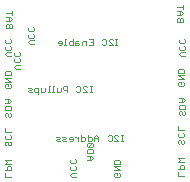
<source format=gbo>
G75*
%MOIN*%
%OFA0B0*%
%FSLAX24Y24*%
%IPPOS*%
%LPD*%
%AMOC8*
5,1,8,0,0,1.08239X$1,22.5*
%
%ADD10C,0.0040*%
D10*
X002234Y001693D02*
X002234Y001827D01*
X002234Y001914D02*
X002435Y001914D01*
X002435Y002014D01*
X002401Y002048D01*
X002334Y002048D01*
X002301Y002014D01*
X002301Y001914D01*
X002234Y001693D02*
X002435Y001693D01*
X002435Y002135D02*
X002234Y002135D01*
X002301Y002202D01*
X002234Y002269D01*
X002435Y002269D01*
X002393Y002741D02*
X002360Y002741D01*
X002327Y002774D01*
X002327Y002841D01*
X002293Y002874D01*
X002260Y002874D01*
X002226Y002841D01*
X002226Y002774D01*
X002260Y002741D01*
X002393Y002741D02*
X002427Y002774D01*
X002427Y002841D01*
X002393Y002874D01*
X002393Y002962D02*
X002260Y002962D01*
X002226Y002995D01*
X002226Y003062D01*
X002260Y003095D01*
X002226Y003183D02*
X002226Y003316D01*
X002226Y003183D02*
X002427Y003183D01*
X002393Y003095D02*
X002427Y003062D01*
X002427Y002995D01*
X002393Y002962D01*
X002401Y003701D02*
X002368Y003701D01*
X002334Y003735D01*
X002334Y003801D01*
X002301Y003835D01*
X002268Y003835D01*
X002234Y003801D01*
X002234Y003735D01*
X002268Y003701D01*
X002401Y003701D02*
X002435Y003735D01*
X002435Y003801D01*
X002401Y003835D01*
X002435Y003922D02*
X002234Y003922D01*
X002234Y004022D01*
X002268Y004056D01*
X002401Y004056D01*
X002435Y004022D01*
X002435Y003922D01*
X002368Y004143D02*
X002234Y004143D01*
X002334Y004143D02*
X002334Y004277D01*
X002368Y004277D02*
X002234Y004277D01*
X002368Y004277D02*
X002435Y004210D01*
X002368Y004143D01*
X002401Y004646D02*
X002268Y004646D01*
X002234Y004680D01*
X002234Y004746D01*
X002268Y004780D01*
X002334Y004780D01*
X002334Y004713D01*
X002401Y004780D02*
X002435Y004746D01*
X002435Y004680D01*
X002401Y004646D01*
X002435Y004867D02*
X002234Y004867D01*
X002234Y005001D02*
X002435Y004867D01*
X002435Y005001D02*
X002234Y005001D01*
X002234Y005088D02*
X002234Y005188D01*
X002268Y005222D01*
X002401Y005222D01*
X002435Y005188D01*
X002435Y005088D01*
X002234Y005088D01*
X002525Y005355D02*
X002592Y005422D01*
X002726Y005422D01*
X002692Y005510D02*
X002559Y005510D01*
X002525Y005543D01*
X002525Y005610D01*
X002559Y005643D01*
X002559Y005731D02*
X002525Y005764D01*
X002525Y005831D01*
X002559Y005864D01*
X002692Y005864D02*
X002726Y005831D01*
X002726Y005764D01*
X002692Y005731D01*
X002559Y005731D01*
X002692Y005643D02*
X002726Y005610D01*
X002726Y005543D01*
X002692Y005510D01*
X002726Y005289D02*
X002592Y005289D01*
X002525Y005355D01*
X002431Y005715D02*
X002297Y005715D01*
X002231Y005782D01*
X002297Y005849D01*
X002431Y005849D01*
X002397Y005936D02*
X002264Y005936D01*
X002231Y005970D01*
X002231Y006037D01*
X002264Y006070D01*
X002264Y006157D02*
X002231Y006191D01*
X002231Y006258D01*
X002264Y006291D01*
X002397Y006291D02*
X002431Y006258D01*
X002431Y006191D01*
X002397Y006157D01*
X002264Y006157D01*
X002397Y006070D02*
X002431Y006037D01*
X002431Y005970D01*
X002397Y005936D01*
X002996Y006181D02*
X003062Y006248D01*
X003196Y006248D01*
X003162Y006336D02*
X003029Y006336D01*
X002996Y006369D01*
X002996Y006436D01*
X003029Y006469D01*
X003029Y006557D02*
X002996Y006590D01*
X002996Y006657D01*
X003029Y006690D01*
X003162Y006690D02*
X003196Y006657D01*
X003196Y006590D01*
X003162Y006557D01*
X003029Y006557D01*
X003162Y006469D02*
X003196Y006436D01*
X003196Y006369D01*
X003162Y006336D01*
X003196Y006115D02*
X003062Y006115D01*
X002996Y006181D01*
X002454Y006662D02*
X002454Y006762D01*
X002421Y006796D01*
X002388Y006796D01*
X002354Y006762D01*
X002354Y006662D01*
X002254Y006662D02*
X002254Y006762D01*
X002288Y006796D01*
X002321Y006796D01*
X002354Y006762D01*
X002354Y006883D02*
X002354Y007017D01*
X002388Y007017D02*
X002254Y007017D01*
X002388Y007017D02*
X002454Y006950D01*
X002388Y006883D01*
X002254Y006883D01*
X002254Y006662D02*
X002454Y006662D01*
X002454Y007104D02*
X002454Y007238D01*
X002454Y007171D02*
X002254Y007171D01*
X003979Y006202D02*
X003979Y006168D01*
X004112Y006168D01*
X004112Y006135D02*
X004112Y006202D01*
X004079Y006235D01*
X004012Y006235D01*
X003979Y006202D01*
X004012Y006102D02*
X004079Y006102D01*
X004112Y006135D01*
X004193Y006102D02*
X004259Y006102D01*
X004226Y006102D02*
X004226Y006302D01*
X004259Y006302D01*
X004347Y006202D02*
X004380Y006235D01*
X004480Y006235D01*
X004480Y006302D02*
X004480Y006102D01*
X004380Y006102D01*
X004347Y006135D01*
X004347Y006202D01*
X004568Y006202D02*
X004568Y006102D01*
X004668Y006102D01*
X004701Y006135D01*
X004668Y006168D01*
X004568Y006168D01*
X004568Y006202D02*
X004601Y006235D01*
X004668Y006235D01*
X004789Y006202D02*
X004789Y006102D01*
X004789Y006202D02*
X004822Y006235D01*
X004922Y006235D01*
X004922Y006102D01*
X005010Y006102D02*
X005143Y006102D01*
X005143Y006302D01*
X005010Y006302D01*
X005077Y006202D02*
X005143Y006202D01*
X005452Y006269D02*
X005485Y006302D01*
X005552Y006302D01*
X005585Y006269D01*
X005585Y006135D01*
X005552Y006102D01*
X005485Y006102D01*
X005452Y006135D01*
X005673Y006102D02*
X005806Y006102D01*
X005673Y006235D01*
X005673Y006269D01*
X005706Y006302D01*
X005773Y006302D01*
X005806Y006269D01*
X005887Y006302D02*
X005954Y006302D01*
X005920Y006302D02*
X005920Y006102D01*
X005887Y006102D02*
X005954Y006102D01*
X005105Y004727D02*
X005038Y004727D01*
X005072Y004727D02*
X005072Y004527D01*
X005105Y004527D02*
X005038Y004527D01*
X004958Y004527D02*
X004824Y004660D01*
X004824Y004694D01*
X004858Y004727D01*
X004924Y004727D01*
X004958Y004694D01*
X004958Y004527D02*
X004824Y004527D01*
X004737Y004560D02*
X004704Y004527D01*
X004637Y004527D01*
X004603Y004560D01*
X004737Y004560D02*
X004737Y004694D01*
X004704Y004727D01*
X004637Y004727D01*
X004603Y004694D01*
X004295Y004727D02*
X004295Y004527D01*
X004295Y004594D02*
X004195Y004594D01*
X004161Y004627D01*
X004161Y004694D01*
X004195Y004727D01*
X004295Y004727D01*
X004074Y004660D02*
X004074Y004560D01*
X004041Y004527D01*
X003940Y004527D01*
X003940Y004660D01*
X003853Y004727D02*
X003820Y004727D01*
X003820Y004527D01*
X003853Y004527D02*
X003786Y004527D01*
X003706Y004527D02*
X003639Y004527D01*
X003672Y004527D02*
X003672Y004727D01*
X003706Y004727D01*
X003558Y004660D02*
X003558Y004560D01*
X003525Y004527D01*
X003425Y004527D01*
X003425Y004660D01*
X003337Y004660D02*
X003237Y004660D01*
X003204Y004627D01*
X003204Y004560D01*
X003237Y004527D01*
X003337Y004527D01*
X003337Y004460D02*
X003337Y004660D01*
X003116Y004627D02*
X003083Y004660D01*
X002983Y004660D01*
X003016Y004594D02*
X003083Y004594D01*
X003116Y004627D01*
X003116Y004527D02*
X003016Y004527D01*
X002983Y004560D01*
X003016Y004594D01*
X003908Y003014D02*
X004008Y003014D01*
X004042Y002980D01*
X004008Y002947D01*
X003942Y002947D01*
X003908Y002914D01*
X003942Y002880D01*
X004042Y002880D01*
X004129Y002914D02*
X004163Y002947D01*
X004229Y002947D01*
X004263Y002980D01*
X004229Y003014D01*
X004129Y003014D01*
X004129Y002914D02*
X004163Y002880D01*
X004263Y002880D01*
X004350Y002947D02*
X004484Y002947D01*
X004484Y002914D02*
X004484Y002980D01*
X004450Y003014D01*
X004384Y003014D01*
X004350Y002980D01*
X004350Y002947D01*
X004384Y002880D02*
X004450Y002880D01*
X004484Y002914D01*
X004568Y003014D02*
X004601Y003014D01*
X004668Y002947D01*
X004668Y002880D02*
X004668Y003014D01*
X004755Y003014D02*
X004856Y003014D01*
X004889Y002980D01*
X004889Y002914D01*
X004856Y002880D01*
X004755Y002880D01*
X004755Y003081D01*
X004976Y003081D02*
X004976Y002880D01*
X005077Y002880D01*
X005110Y002914D01*
X005110Y002980D01*
X005077Y003014D01*
X004976Y003014D01*
X004992Y002831D02*
X004958Y002798D01*
X004958Y002731D01*
X004992Y002698D01*
X005125Y002831D01*
X004992Y002831D01*
X004992Y002698D02*
X005125Y002698D01*
X005159Y002731D01*
X005159Y002798D01*
X005125Y002831D01*
X005197Y002880D02*
X005197Y003014D01*
X005264Y003081D01*
X005331Y003014D01*
X005331Y002880D01*
X005331Y002980D02*
X005197Y002980D01*
X005125Y002610D02*
X004992Y002610D01*
X004958Y002577D01*
X004958Y002477D01*
X005159Y002477D01*
X005159Y002577D01*
X005125Y002610D01*
X005092Y002389D02*
X004958Y002389D01*
X005059Y002389D02*
X005059Y002256D01*
X005092Y002256D02*
X005159Y002323D01*
X005092Y002389D01*
X005092Y002256D02*
X004958Y002256D01*
X004576Y002243D02*
X004576Y002176D01*
X004542Y002142D01*
X004409Y002142D01*
X004375Y002176D01*
X004375Y002243D01*
X004409Y002276D01*
X004542Y002276D02*
X004576Y002243D01*
X004542Y002055D02*
X004576Y002022D01*
X004576Y001955D01*
X004542Y001921D01*
X004409Y001921D01*
X004375Y001955D01*
X004375Y002022D01*
X004409Y002055D01*
X004442Y001834D02*
X004576Y001834D01*
X004576Y001700D02*
X004442Y001700D01*
X004375Y001767D01*
X004442Y001834D01*
X005639Y002914D02*
X005673Y002880D01*
X005740Y002880D01*
X005773Y002914D01*
X005773Y003047D01*
X005740Y003081D01*
X005673Y003081D01*
X005639Y003047D01*
X005860Y003047D02*
X005894Y003081D01*
X005960Y003081D01*
X005994Y003047D01*
X006074Y003081D02*
X006141Y003081D01*
X006108Y003081D02*
X006108Y002880D01*
X006141Y002880D02*
X006074Y002880D01*
X005994Y002880D02*
X005860Y003014D01*
X005860Y003047D01*
X005860Y002880D02*
X005994Y002880D01*
X006036Y002264D02*
X005902Y002264D01*
X005869Y002231D01*
X005869Y002131D01*
X006069Y002131D01*
X006069Y002231D01*
X006036Y002264D01*
X006069Y002044D02*
X005869Y002044D01*
X006069Y001910D01*
X005869Y001910D01*
X005902Y001823D02*
X005969Y001823D01*
X005969Y001756D01*
X005902Y001823D02*
X005869Y001789D01*
X005869Y001722D01*
X005902Y001689D01*
X006036Y001689D01*
X006069Y001722D01*
X006069Y001789D01*
X006036Y001823D01*
X007994Y001870D02*
X007994Y001737D01*
X008194Y001737D01*
X008194Y001958D02*
X007994Y001958D01*
X008061Y001958D02*
X008061Y002058D01*
X008094Y002091D01*
X008161Y002091D01*
X008194Y002058D01*
X008194Y001958D01*
X008194Y002179D02*
X007994Y002179D01*
X008061Y002245D01*
X007994Y002312D01*
X008194Y002312D01*
X008161Y002800D02*
X008128Y002800D01*
X008094Y002833D01*
X008094Y002900D01*
X008061Y002933D01*
X008028Y002933D01*
X007994Y002900D01*
X007994Y002833D01*
X008028Y002800D01*
X008161Y002800D02*
X008194Y002833D01*
X008194Y002900D01*
X008161Y002933D01*
X008161Y003021D02*
X008028Y003021D01*
X007994Y003054D01*
X007994Y003121D01*
X008028Y003154D01*
X007994Y003242D02*
X007994Y003375D01*
X007994Y003242D02*
X008194Y003242D01*
X008161Y003154D02*
X008194Y003121D01*
X008194Y003054D01*
X008161Y003021D01*
X008167Y003745D02*
X008134Y003778D01*
X008134Y003845D01*
X008100Y003878D01*
X008067Y003878D01*
X008034Y003845D01*
X008034Y003778D01*
X008067Y003745D01*
X008167Y003745D02*
X008200Y003745D01*
X008234Y003778D01*
X008234Y003845D01*
X008200Y003878D01*
X008234Y003966D02*
X008234Y004066D01*
X008200Y004099D01*
X008067Y004099D01*
X008034Y004066D01*
X008034Y003966D01*
X008234Y003966D01*
X008167Y004187D02*
X008034Y004187D01*
X008134Y004187D02*
X008134Y004320D01*
X008167Y004320D02*
X008034Y004320D01*
X008167Y004320D02*
X008234Y004253D01*
X008167Y004187D01*
X008161Y004729D02*
X008028Y004729D01*
X007994Y004762D01*
X007994Y004829D01*
X008028Y004862D01*
X008094Y004862D01*
X008094Y004796D01*
X008161Y004862D02*
X008194Y004829D01*
X008194Y004762D01*
X008161Y004729D01*
X008194Y004950D02*
X007994Y004950D01*
X007994Y005083D02*
X008194Y005083D01*
X008194Y005171D02*
X008194Y005271D01*
X008161Y005304D01*
X008028Y005304D01*
X007994Y005271D01*
X007994Y005171D01*
X008194Y005171D01*
X007994Y005083D02*
X008194Y004950D01*
X008234Y005713D02*
X008100Y005713D01*
X008034Y005780D01*
X008100Y005847D01*
X008234Y005847D01*
X008200Y005934D02*
X008067Y005934D01*
X008034Y005967D01*
X008034Y006034D01*
X008067Y006068D01*
X008067Y006155D02*
X008034Y006188D01*
X008034Y006255D01*
X008067Y006288D01*
X008067Y006155D02*
X008200Y006155D01*
X008234Y006188D01*
X008234Y006255D01*
X008200Y006288D01*
X008200Y006068D02*
X008234Y006034D01*
X008234Y005967D01*
X008200Y005934D01*
X008171Y006863D02*
X007971Y006863D01*
X007971Y006963D01*
X008004Y006996D01*
X008037Y006996D01*
X008071Y006963D01*
X008071Y006863D01*
X008171Y006863D02*
X008171Y006963D01*
X008137Y006996D01*
X008104Y006996D01*
X008071Y006963D01*
X008071Y007084D02*
X008071Y007217D01*
X008104Y007217D02*
X008171Y007150D01*
X008104Y007084D01*
X007971Y007084D01*
X007971Y007217D02*
X008104Y007217D01*
X008171Y007305D02*
X008171Y007438D01*
X008171Y007371D02*
X007971Y007371D01*
M02*

</source>
